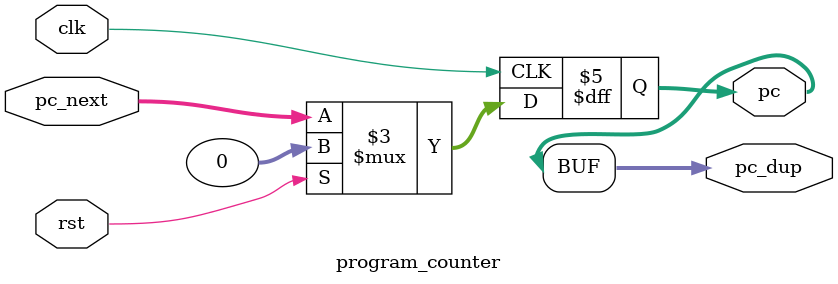
<source format=sv>
module program_counter #(parameter n =32) (
     input  logic clk,
    input  logic rst,                    //sync_ff
	 
    input  logic [n-1:0] pc_next,
    output logic [n-1:0] pc,output logic [n-1:0] pc_dup);

always_ff @(posedge clk) begin
    if (rst) begin
        pc <= '0;
    end else begin
        pc <= pc_next;
    end
end
assign pc_dup=pc;

endmodule
</source>
